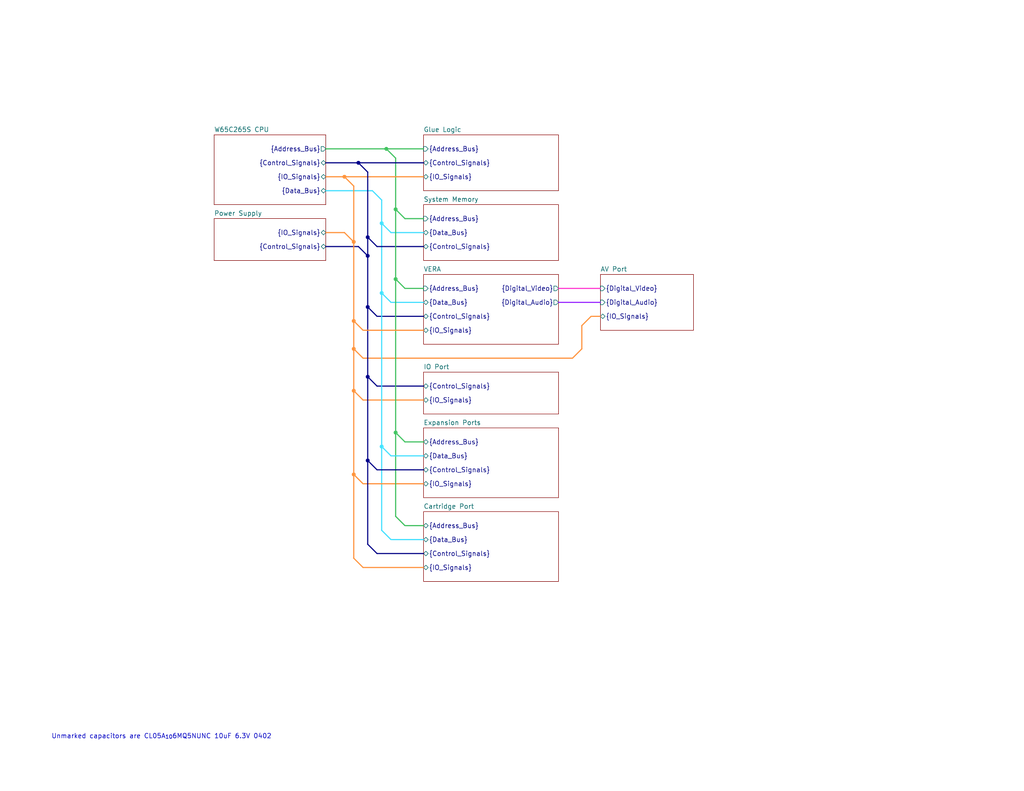
<source format=kicad_sch>
(kicad_sch
	(version 20231120)
	(generator "eeschema")
	(generator_version "8.0")
	(uuid "180edaf4-dfcd-445b-b4ac-4ebea015e7c9")
	(paper "USLetter")
	(lib_symbols)
	(bus_alias "Address_Bus"
		(members "A_{[0..23]}")
	)
	(bus_alias "Data_Bus"
		(members "D_{[0..7]}")
	)
	(bus_alias "Digital_Audio"
		(members "LRCK" "BCK" "ADATA")
	)
	(bus_alias "Digital_Video"
		(members "RGB_R_{[0..3]}" "RGB_B_{[0..3]}" "RGB_G_{[0..3]}" "HSYNC" "VSYNC")
	)
	(bus_alias "IO_Signals"
		(members "SNES_DATA_{[0..9]}" "SNES_LATCH" "SNES_CLK" "LED_{[0..9]}" "MULTI_BTN"
			"SDA" "SCL" "MISO" "MOSI" "SCK" "~{SD_SS}" "TXD" "RXD" "~{RTS}" "~{CTS}"
			"~{FPGA_SS}" "~{SPI_SS}" "~{SD_WP}" "~{SD_CD}" "~{CART}" "~{SD_EN}" "~{FLASH_SS}"
		)
	)
	(junction
		(at 104.14 80.01)
		(diameter 0)
		(color 61 222 255 1)
		(uuid "031a0fcb-34ef-4806-95d8-c10a5eb141e6")
	)
	(junction
		(at 107.95 57.15)
		(diameter 0)
		(color 59 191 91 1)
		(uuid "05f51b13-0880-4ca8-9ad2-89362215de94")
	)
	(junction
		(at 96.52 129.54)
		(diameter 0)
		(color 255 143 55 1)
		(uuid "19bb90c3-3b95-481f-9682-92a127a854d5")
	)
	(junction
		(at 107.95 76.2)
		(diameter 0)
		(color 59 191 91 1)
		(uuid "1f746c76-6283-4028-b401-118ad63ff61b")
	)
	(junction
		(at 93.98 48.26)
		(diameter 0)
		(color 255 143 55 1)
		(uuid "2057dbfd-fbaa-4f9d-acba-459840247060")
	)
	(junction
		(at 97.79 44.45)
		(diameter 0)
		(color 0 0 0 0)
		(uuid "2a67208b-4e80-4a36-bc0f-9ac7a6c866e8")
	)
	(junction
		(at 96.52 106.68)
		(diameter 0)
		(color 255 143 55 1)
		(uuid "5b72f078-c116-45e8-a3d5-4be1b76a4ddc")
	)
	(junction
		(at 100.33 64.77)
		(diameter 0)
		(color 0 0 0 0)
		(uuid "5f375bc1-22f0-458c-bc65-64fdb092eef8")
	)
	(junction
		(at 104.14 121.92)
		(diameter 0)
		(color 61 222 255 1)
		(uuid "71883211-57dc-4470-be8b-e7039e41304b")
	)
	(junction
		(at 105.41 40.64)
		(diameter 0)
		(color 59 191 91 1)
		(uuid "741a61cf-b604-4df5-a601-c49a02174900")
	)
	(junction
		(at 104.14 60.96)
		(diameter 0)
		(color 61 222 255 1)
		(uuid "85440ab6-b3fa-4e7f-945d-dcb1e9ef93c0")
	)
	(junction
		(at 107.95 118.11)
		(diameter 0)
		(color 59 191 91 1)
		(uuid "89bc24f8-5526-4859-a37b-3d592814c057")
	)
	(junction
		(at 100.33 69.85)
		(diameter 0)
		(color 0 0 0 0)
		(uuid "c2696e78-b0a1-494e-bf5a-6b98dd558bd4")
	)
	(junction
		(at 96.52 95.25)
		(diameter 0)
		(color 255 143 55 1)
		(uuid "c339b34a-f01e-4489-8b07-cabdc97bd637")
	)
	(junction
		(at 96.52 66.04)
		(diameter 0)
		(color 255 143 55 1)
		(uuid "cdf425ba-48ed-47b1-b861-7b87de3b59e9")
	)
	(junction
		(at 100.33 83.82)
		(diameter 0)
		(color 0 0 0 0)
		(uuid "e1a0c30b-4f4b-4f26-8af3-d5dd2d81abaf")
	)
	(junction
		(at 100.33 102.87)
		(diameter 0)
		(color 0 0 0 0)
		(uuid "e1a92007-983b-4962-856c-d85b9e1079b5")
	)
	(junction
		(at 100.33 125.73)
		(diameter 0)
		(color 0 0 0 0)
		(uuid "e7053505-af4b-4185-86f5-0b043f0abe70")
	)
	(junction
		(at 96.52 87.63)
		(diameter 0)
		(color 255 143 55 1)
		(uuid "f5152675-796f-4c43-b22c-5712fc7e6302")
	)
	(bus
		(pts
			(xy 100.33 125.73) (xy 102.87 128.27)
		)
		(stroke
			(width 0)
			(type default)
		)
		(uuid "05b6b333-e7ae-4236-a0d6-5aab01b6b1e2")
	)
	(bus
		(pts
			(xy 161.29 86.36) (xy 163.83 86.36)
		)
		(stroke
			(width 0)
			(type default)
			(color 255 143 55 1)
		)
		(uuid "07ea6034-b589-4a45-8eb9-fd47ee29f4f0")
	)
	(bus
		(pts
			(xy 102.87 128.27) (xy 115.57 128.27)
		)
		(stroke
			(width 0)
			(type default)
		)
		(uuid "165efd08-fbe1-4e4d-b298-75f2daabc80d")
	)
	(bus
		(pts
			(xy 107.95 57.15) (xy 107.95 76.2)
		)
		(stroke
			(width 0)
			(type default)
			(color 59 191 91 1)
		)
		(uuid "18fe80df-9bec-42db-9ad9-970d5c8f8482")
	)
	(bus
		(pts
			(xy 107.95 118.11) (xy 110.49 120.65)
		)
		(stroke
			(width 0)
			(type default)
			(color 59 191 91 1)
		)
		(uuid "21ba0786-ba1c-40dc-a2a1-58a7be4f80e5")
	)
	(bus
		(pts
			(xy 96.52 87.63) (xy 99.06 90.17)
		)
		(stroke
			(width 0)
			(type default)
			(color 255 143 55 1)
		)
		(uuid "221a2aff-0387-4ba1-8b9c-eb30188fbd7b")
	)
	(bus
		(pts
			(xy 99.06 97.79) (xy 156.21 97.79)
		)
		(stroke
			(width 0)
			(type default)
			(color 255 143 55 1)
		)
		(uuid "22fe4485-5e4f-4f5a-98c0-8494819c3815")
	)
	(bus
		(pts
			(xy 100.33 46.99) (xy 97.79 44.45)
		)
		(stroke
			(width 0)
			(type default)
		)
		(uuid "23e35dac-c6ed-4942-8f94-d62bd31f9dfa")
	)
	(bus
		(pts
			(xy 107.95 140.97) (xy 110.49 143.51)
		)
		(stroke
			(width 0)
			(type default)
			(color 59 191 91 1)
		)
		(uuid "24360045-ab2e-4a5f-b5bf-1aee04a0b99c")
	)
	(bus
		(pts
			(xy 100.33 46.99) (xy 100.33 64.77)
		)
		(stroke
			(width 0)
			(type default)
		)
		(uuid "284841df-56b0-4415-a1c2-f5a47a0550b6")
	)
	(bus
		(pts
			(xy 104.14 121.92) (xy 104.14 144.78)
		)
		(stroke
			(width 0)
			(type default)
			(color 61 222 255 1)
		)
		(uuid "2924e9d7-ea26-4b7f-8b35-bac8be6ddc68")
	)
	(bus
		(pts
			(xy 102.87 86.36) (xy 100.33 83.82)
		)
		(stroke
			(width 0)
			(type default)
		)
		(uuid "29c29ade-0c14-4bed-b0bc-4f025f3fc7e5")
	)
	(bus
		(pts
			(xy 96.52 129.54) (xy 99.06 132.08)
		)
		(stroke
			(width 0)
			(type default)
			(color 255 143 55 1)
		)
		(uuid "309f1779-bd3e-45d8-8042-9ebc00b3461f")
	)
	(bus
		(pts
			(xy 107.95 76.2) (xy 107.95 118.11)
		)
		(stroke
			(width 0)
			(type default)
			(color 59 191 91 1)
		)
		(uuid "30aaf51b-d7d0-4fd4-b591-2bc4b1170298")
	)
	(bus
		(pts
			(xy 104.14 54.61) (xy 104.14 60.96)
		)
		(stroke
			(width 0)
			(type default)
			(color 61 222 255 1)
		)
		(uuid "321062ff-2e0a-4f88-8b71-477af46e0a20")
	)
	(bus
		(pts
			(xy 96.52 66.04) (xy 96.52 87.63)
		)
		(stroke
			(width 0)
			(type default)
			(color 255 143 55 1)
		)
		(uuid "361d83d8-260e-4748-bae2-04f65cfdb3cf")
	)
	(bus
		(pts
			(xy 97.79 67.31) (xy 100.33 69.85)
		)
		(stroke
			(width 0)
			(type default)
		)
		(uuid "3b72d7b7-66dc-43a3-bf69-0a9ca690d1e6")
	)
	(bus
		(pts
			(xy 88.9 48.26) (xy 93.98 48.26)
		)
		(stroke
			(width 0)
			(type default)
			(color 255 143 55 1)
		)
		(uuid "3f39f156-212e-4595-a07b-1b092aad8898")
	)
	(bus
		(pts
			(xy 105.41 40.64) (xy 115.57 40.64)
		)
		(stroke
			(width 0)
			(type default)
			(color 59 191 91 1)
		)
		(uuid "457ba152-5489-4864-988c-a32532257e4c")
	)
	(bus
		(pts
			(xy 88.9 63.5) (xy 93.98 63.5)
		)
		(stroke
			(width 0)
			(type default)
			(color 255 143 55 1)
		)
		(uuid "45b91c2f-ffc8-4c78-868e-ca7516acd1cd")
	)
	(bus
		(pts
			(xy 102.87 86.36) (xy 115.57 86.36)
		)
		(stroke
			(width 0)
			(type default)
		)
		(uuid "49069f36-6d6e-492a-9b78-641fb3f236ff")
	)
	(bus
		(pts
			(xy 106.68 63.5) (xy 104.14 60.96)
		)
		(stroke
			(width 0)
			(type default)
			(color 61 222 255 1)
		)
		(uuid "4f24d4c2-c9f1-4b08-aac6-cfa01323ccc2")
	)
	(bus
		(pts
			(xy 96.52 106.68) (xy 96.52 129.54)
		)
		(stroke
			(width 0)
			(type default)
			(color 255 143 55 1)
		)
		(uuid "5025ba2a-1612-46ca-a1c9-1840fa1f1956")
	)
	(bus
		(pts
			(xy 104.14 54.61) (xy 101.6 52.07)
		)
		(stroke
			(width 0)
			(type default)
			(color 61 222 255 1)
		)
		(uuid "5748beaa-8dcd-4db9-9935-df7a2878243b")
	)
	(bus
		(pts
			(xy 100.33 125.73) (xy 100.33 148.59)
		)
		(stroke
			(width 0)
			(type default)
		)
		(uuid "591ed6dc-697e-489e-afa3-3e2d8101a092")
	)
	(bus
		(pts
			(xy 99.06 109.22) (xy 115.57 109.22)
		)
		(stroke
			(width 0)
			(type default)
			(color 255 143 55 1)
		)
		(uuid "5d066a5e-6905-42bf-81b6-fe1304410855")
	)
	(bus
		(pts
			(xy 107.95 43.18) (xy 105.41 40.64)
		)
		(stroke
			(width 0)
			(type default)
			(color 59 191 91 1)
		)
		(uuid "5f222d17-bcca-44cd-a4ec-a5b7529479f0")
	)
	(bus
		(pts
			(xy 100.33 64.77) (xy 100.33 69.85)
		)
		(stroke
			(width 0)
			(type default)
		)
		(uuid "612f65f2-6970-44a2-9cd6-e936b368b830")
	)
	(bus
		(pts
			(xy 96.52 95.25) (xy 99.06 97.79)
		)
		(stroke
			(width 0)
			(type default)
			(color 255 143 55 1)
		)
		(uuid "67899e11-c923-456e-a91a-36be43dd020e")
	)
	(bus
		(pts
			(xy 106.68 82.55) (xy 115.57 82.55)
		)
		(stroke
			(width 0)
			(type default)
			(color 61 222 255 1)
		)
		(uuid "6fb5e616-c248-42f0-8e90-c8be2cfe84f1")
	)
	(bus
		(pts
			(xy 104.14 121.92) (xy 106.68 124.46)
		)
		(stroke
			(width 0)
			(type default)
			(color 61 222 255 1)
		)
		(uuid "72fc022b-ffd8-4d43-86cf-4062627de4ee")
	)
	(bus
		(pts
			(xy 99.06 109.22) (xy 96.52 106.68)
		)
		(stroke
			(width 0)
			(type default)
			(color 255 143 55 1)
		)
		(uuid "76b197ad-bf3c-4c9c-aa90-3bbe34812d6d")
	)
	(bus
		(pts
			(xy 106.68 124.46) (xy 115.57 124.46)
		)
		(stroke
			(width 0)
			(type default)
			(color 61 222 255 1)
		)
		(uuid "7704b449-27ea-4dbd-bb10-e105ee31fa68")
	)
	(bus
		(pts
			(xy 99.06 154.94) (xy 115.57 154.94)
		)
		(stroke
			(width 0)
			(type default)
			(color 255 143 55 1)
		)
		(uuid "7b46f4fb-1488-474a-85b5-a96bcf1d2cd8")
	)
	(bus
		(pts
			(xy 104.14 80.01) (xy 104.14 121.92)
		)
		(stroke
			(width 0)
			(type default)
			(color 61 222 255 1)
		)
		(uuid "7cd22c3a-a4b9-4584-8dc1-d012df6aed53")
	)
	(bus
		(pts
			(xy 96.52 50.8) (xy 93.98 48.26)
		)
		(stroke
			(width 0)
			(type default)
			(color 255 143 55 1)
		)
		(uuid "8059a15e-492e-47a3-843d-fe22ef32d43d")
	)
	(bus
		(pts
			(xy 158.75 88.9) (xy 158.75 95.25)
		)
		(stroke
			(width 0)
			(type default)
			(color 255 143 55 1)
		)
		(uuid "8441e9c2-3c4b-4891-ad25-465bcf990495")
	)
	(bus
		(pts
			(xy 88.9 44.45) (xy 97.79 44.45)
		)
		(stroke
			(width 0)
			(type default)
		)
		(uuid "84623c65-e4bb-4cd4-b1fa-693739f4fa01")
	)
	(bus
		(pts
			(xy 96.52 50.8) (xy 96.52 66.04)
		)
		(stroke
			(width 0)
			(type default)
			(color 255 143 55 1)
		)
		(uuid "85a2d042-5d2d-4141-9d5e-fa83a6c1d01f")
	)
	(bus
		(pts
			(xy 110.49 59.69) (xy 115.57 59.69)
		)
		(stroke
			(width 0)
			(type default)
			(color 59 191 91 1)
		)
		(uuid "89afaf74-2444-4df3-b763-4dcf08c442a6")
	)
	(bus
		(pts
			(xy 102.87 67.31) (xy 100.33 64.77)
		)
		(stroke
			(width 0)
			(type default)
		)
		(uuid "8a30c50e-a666-480e-8006-a47fef1ea6b6")
	)
	(bus
		(pts
			(xy 100.33 148.59) (xy 102.87 151.13)
		)
		(stroke
			(width 0)
			(type default)
		)
		(uuid "8a6a7279-b25c-4cc2-8525-0b8f9055b4a7")
	)
	(bus
		(pts
			(xy 110.49 78.74) (xy 107.95 76.2)
		)
		(stroke
			(width 0)
			(type default)
			(color 59 191 91 1)
		)
		(uuid "8ba28227-6f0c-41d0-8885-186196f4b828")
	)
	(bus
		(pts
			(xy 93.98 48.26) (xy 115.57 48.26)
		)
		(stroke
			(width 0)
			(type default)
			(color 255 143 55 1)
		)
		(uuid "932d2987-8b88-4963-bf56-fa8171e59d89")
	)
	(bus
		(pts
			(xy 88.9 40.64) (xy 105.41 40.64)
		)
		(stroke
			(width 0)
			(type default)
			(color 59 191 91 1)
		)
		(uuid "9ac35eba-9e49-47c2-bcae-1712aa7b1aee")
	)
	(bus
		(pts
			(xy 106.68 63.5) (xy 115.57 63.5)
		)
		(stroke
			(width 0)
			(type default)
			(color 61 222 255 1)
		)
		(uuid "9ba23b45-608e-4ae2-ae3d-487dab46fff8")
	)
	(bus
		(pts
			(xy 102.87 67.31) (xy 115.57 67.31)
		)
		(stroke
			(width 0)
			(type default)
		)
		(uuid "a0362f66-81f5-4f11-8ad9-2aa8de0d0bdf")
	)
	(bus
		(pts
			(xy 110.49 59.69) (xy 107.95 57.15)
		)
		(stroke
			(width 0)
			(type default)
			(color 59 191 91 1)
		)
		(uuid "a13eb2cf-0244-47a0-b7ff-67a6785424c2")
	)
	(bus
		(pts
			(xy 102.87 105.41) (xy 100.33 102.87)
		)
		(stroke
			(width 0)
			(type default)
		)
		(uuid "a73f0a7a-0fef-405e-af7d-9301bba91424")
	)
	(bus
		(pts
			(xy 107.95 118.11) (xy 107.95 140.97)
		)
		(stroke
			(width 0)
			(type default)
			(color 59 191 91 1)
		)
		(uuid "a9741b1e-a1bc-4da2-b934-7c0a2345a2ea")
	)
	(bus
		(pts
			(xy 99.06 90.17) (xy 115.57 90.17)
		)
		(stroke
			(width 0)
			(type default)
			(color 255 143 55 1)
		)
		(uuid "b658dfba-4a20-4d6c-b78d-d392b9998ced")
	)
	(bus
		(pts
			(xy 88.9 52.07) (xy 101.6 52.07)
		)
		(stroke
			(width 0)
			(type default)
			(color 61 222 255 1)
		)
		(uuid "baa21e9e-ba2f-430b-8a87-7e915b5a7e71")
	)
	(bus
		(pts
			(xy 100.33 69.85) (xy 100.33 83.82)
		)
		(stroke
			(width 0)
			(type default)
		)
		(uuid "bc0a7ff9-f594-4305-a6d5-fbf71f6f3a49")
	)
	(bus
		(pts
			(xy 96.52 152.4) (xy 99.06 154.94)
		)
		(stroke
			(width 0)
			(type default)
			(color 255 143 55 1)
		)
		(uuid "bc25b86f-4938-4624-a533-d39dc3486e94")
	)
	(bus
		(pts
			(xy 97.79 44.45) (xy 115.57 44.45)
		)
		(stroke
			(width 0)
			(type default)
		)
		(uuid "bde3c60e-4534-4213-8831-e14ddf3f23e8")
	)
	(bus
		(pts
			(xy 96.52 66.04) (xy 93.98 63.5)
		)
		(stroke
			(width 0)
			(type default)
			(color 255 143 55 1)
		)
		(uuid "c0c8f831-879f-46c1-af5b-19a8eacfce7e")
	)
	(bus
		(pts
			(xy 152.4 78.74) (xy 163.83 78.74)
		)
		(stroke
			(width 0)
			(type default)
			(color 255 51 208 1)
		)
		(uuid "c3fe7c07-0085-4f8f-908e-9d5915989da2")
	)
	(bus
		(pts
			(xy 96.52 95.25) (xy 96.52 106.68)
		)
		(stroke
			(width 0)
			(type default)
			(color 255 143 55 1)
		)
		(uuid "c4547fac-2867-42cb-a52b-f1239d79db50")
	)
	(bus
		(pts
			(xy 110.49 143.51) (xy 115.57 143.51)
		)
		(stroke
			(width 0)
			(type default)
			(color 59 191 91 1)
		)
		(uuid "c75c5695-ab0f-4621-bcc6-e1d6daa4c913")
	)
	(bus
		(pts
			(xy 104.14 144.78) (xy 106.68 147.32)
		)
		(stroke
			(width 0)
			(type default)
			(color 61 222 255 1)
		)
		(uuid "cc1e95c6-00a8-4ea5-9114-1316ea7e0379")
	)
	(bus
		(pts
			(xy 106.68 82.55) (xy 104.14 80.01)
		)
		(stroke
			(width 0)
			(type default)
			(color 61 222 255 1)
		)
		(uuid "cc2f93dd-d0a6-4160-b911-c62c9c98c65a")
	)
	(bus
		(pts
			(xy 96.52 87.63) (xy 96.52 95.25)
		)
		(stroke
			(width 0)
			(type default)
			(color 255 143 55 1)
		)
		(uuid "ce2b8e96-d1c3-4ffe-907d-c8ae41662d7e")
	)
	(bus
		(pts
			(xy 96.52 129.54) (xy 96.52 152.4)
		)
		(stroke
			(width 0)
			(type default)
			(color 255 143 55 1)
		)
		(uuid "d4af81d2-843c-4a6b-853a-7900ac9fc8b3")
	)
	(bus
		(pts
			(xy 102.87 151.13) (xy 115.57 151.13)
		)
		(stroke
			(width 0)
			(type default)
		)
		(uuid "d4d1dbcf-0dfe-4a37-8d64-316bb8a492e2")
	)
	(bus
		(pts
			(xy 115.57 105.41) (xy 102.87 105.41)
		)
		(stroke
			(width 0)
			(type default)
		)
		(uuid "d7d2d837-afc1-4e4c-b105-122a8268b0f6")
	)
	(bus
		(pts
			(xy 110.49 78.74) (xy 115.57 78.74)
		)
		(stroke
			(width 0)
			(type default)
			(color 59 191 91 1)
		)
		(uuid "d8697edc-e196-4316-ad2a-02b0fd4127f9")
	)
	(bus
		(pts
			(xy 152.4 82.55) (xy 163.83 82.55)
		)
		(stroke
			(width 0)
			(type default)
			(color 151 32 255 1)
		)
		(uuid "d88cab81-295b-4fff-9221-0adb9beb00ea")
	)
	(bus
		(pts
			(xy 161.29 86.36) (xy 158.75 88.9)
		)
		(stroke
			(width 0)
			(type default)
			(color 255 143 55 1)
		)
		(uuid "e0a3511d-ee1e-431b-9366-12214dcad016")
	)
	(bus
		(pts
			(xy 107.95 57.15) (xy 107.95 43.18)
		)
		(stroke
			(width 0)
			(type default)
			(color 59 191 91 1)
		)
		(uuid "ef4f6f16-40d9-41b9-b380-778194bf4333")
	)
	(bus
		(pts
			(xy 106.68 147.32) (xy 115.57 147.32)
		)
		(stroke
			(width 0)
			(type default)
			(color 61 222 255 1)
		)
		(uuid "f0bf83e2-f579-49c9-a975-dfb41e7368ce")
	)
	(bus
		(pts
			(xy 100.33 102.87) (xy 100.33 125.73)
		)
		(stroke
			(width 0)
			(type default)
		)
		(uuid "f0ccf9ec-3250-4c50-8c4c-47627423f399")
	)
	(bus
		(pts
			(xy 104.14 60.96) (xy 104.14 80.01)
		)
		(stroke
			(width 0)
			(type default)
			(color 61 222 255 1)
		)
		(uuid "f1fc9a6c-0de7-4c1a-880f-b238e1c146fb")
	)
	(bus
		(pts
			(xy 99.06 132.08) (xy 115.57 132.08)
		)
		(stroke
			(width 0)
			(type default)
			(color 255 143 55 1)
		)
		(uuid "f72acd58-95b3-405d-a6e5-015535fec1e2")
	)
	(bus
		(pts
			(xy 158.75 95.25) (xy 156.21 97.79)
		)
		(stroke
			(width 0)
			(type default)
			(color 255 143 55 1)
		)
		(uuid "f8964ca1-0889-40da-9c52-31593074f211")
	)
	(bus
		(pts
			(xy 88.9 67.31) (xy 97.79 67.31)
		)
		(stroke
			(width 0)
			(type default)
		)
		(uuid "f9be352e-ef12-4205-839f-4c54804c0dd2")
	)
	(bus
		(pts
			(xy 110.49 120.65) (xy 115.57 120.65)
		)
		(stroke
			(width 0)
			(type default)
			(color 59 191 91 1)
		)
		(uuid "fac2f0b9-c9d1-4594-93fd-d636c1e0f02e")
	)
	(bus
		(pts
			(xy 100.33 83.82) (xy 100.33 102.87)
		)
		(stroke
			(width 0)
			(type default)
		)
		(uuid "fb595ed0-5977-4ec9-a8d9-013e26c6beeb")
	)
	(text "Unmarked capacitors are CL05A_{10}6MQ5NUNC 10uF 6.3V 0402"
		(exclude_from_sim no)
		(at 44.0716 201.1392 0)
		(effects
			(font
				(size 1.27 1.27)
			)
		)
		(uuid "bbc517f8-4470-4d68-a8c5-25accb15cb75")
	)
	(sheet
		(at 115.57 55.88)
		(size 36.83 15.24)
		(fields_autoplaced yes)
		(stroke
			(width 0.1524)
			(type solid)
		)
		(fill
			(color 255 255 255 1.0000)
		)
		(uuid "37ffc373-d7ab-4c7b-b261-9b3b73070b52")
		(property "Sheetname" "System Memory"
			(at 115.57 55.1684 0)
			(effects
				(font
					(size 1.27 1.27)
				)
				(justify left bottom)
			)
		)
		(property "Sheetfile" "System Memory.kicad_sch"
			(at 115.57 71.7046 0)
			(effects
				(font
					(size 1.27 1.27)
				)
				(justify left top)
				(hide yes)
			)
		)
		(pin "{Data_Bus}" tri_state
			(at 115.57 63.5 180)
			(effects
				(font
					(size 1.27 1.27)
				)
				(justify left)
			)
			(uuid "42152c91-a811-4984-8f14-56f6f879477c")
		)
		(pin "{Control_Signals}" bidirectional
			(at 115.57 67.31 180)
			(effects
				(font
					(size 1.27 1.27)
				)
				(justify left)
			)
			(uuid "6e022551-3959-442e-8b54-746e420e2a89")
		)
		(pin "{Address_Bus}" input
			(at 115.57 59.69 180)
			(effects
				(font
					(size 1.27 1.27)
				)
				(justify left)
			)
			(uuid "454e210f-a2e1-41e7-8f71-fd5c1b1427a9")
		)
		(instances
			(project "Sentinel 65X - Prototype 4 V2"
				(path "/180edaf4-dfcd-445b-b4ac-4ebea015e7c9"
					(page "4")
				)
			)
		)
	)
	(sheet
		(at 115.57 139.7)
		(size 36.83 19.05)
		(fields_autoplaced yes)
		(stroke
			(width 0.1524)
			(type solid)
		)
		(fill
			(color 255 255 255 1.0000)
		)
		(uuid "46b3cf6a-bce6-4ca6-a2f4-fedfb2595787")
		(property "Sheetname" "Cartridge Port"
			(at 115.57 138.9884 0)
			(effects
				(font
					(size 1.27 1.27)
				)
				(justify left bottom)
			)
		)
		(property "Sheetfile" "Cartridge Port.kicad_sch"
			(at 115.57 159.3346 0)
			(effects
				(font
					(size 1.27 1.27)
				)
				(justify left top)
				(hide yes)
			)
		)
		(pin "{Data_Bus}" tri_state
			(at 115.57 147.32 180)
			(effects
				(font
					(size 1.27 1.27)
				)
				(justify left)
			)
			(uuid "52f38896-4c1e-4729-a6eb-99ba62261694")
		)
		(pin "{Control_Signals}" bidirectional
			(at 115.57 151.13 180)
			(effects
				(font
					(size 1.27 1.27)
				)
				(justify left)
			)
			(uuid "6d5361e9-0352-4f77-a9f6-600ad0f13ca1")
		)
		(pin "{Address_Bus}" bidirectional
			(at 115.57 143.51 180)
			(effects
				(font
					(size 1.27 1.27)
				)
				(justify left)
			)
			(uuid "ac5b04a0-8028-4451-a5d4-b8f344177c8d")
		)
		(pin "{IO_Signals}" bidirectional
			(at 115.57 154.94 180)
			(effects
				(font
					(size 1.27 1.27)
				)
				(justify left)
			)
			(uuid "e1394022-fff1-4f89-baef-0f23643332fb")
		)
		(instances
			(project "Sentinel 65X - Prototype 4 V2"
				(path "/180edaf4-dfcd-445b-b4ac-4ebea015e7c9"
					(page "9")
				)
			)
		)
	)
	(sheet
		(at 115.57 74.93)
		(size 36.83 19.05)
		(fields_autoplaced yes)
		(stroke
			(width 0.1524)
			(type solid)
		)
		(fill
			(color 255 255 255 1.0000)
		)
		(uuid "8208396a-af6b-482e-bc61-1b6b6c6b9e47")
		(property "Sheetname" "VERA"
			(at 115.57 74.2184 0)
			(effects
				(font
					(size 1.27 1.27)
				)
				(justify left bottom)
			)
		)
		(property "Sheetfile" "VERA.kicad_sch"
			(at 115.57 94.5646 0)
			(effects
				(font
					(size 1.27 1.27)
				)
				(justify left top)
				(hide yes)
			)
		)
		(pin "{Data_Bus}" tri_state
			(at 115.57 82.55 180)
			(effects
				(font
					(size 1.27 1.27)
				)
				(justify left)
			)
			(uuid "ababbf76-fa92-454c-ba2c-8365eaf6cbd5")
		)
		(pin "{Digital_Audio}" output
			(at 152.4 82.55 0)
			(effects
				(font
					(size 1.27 1.27)
				)
				(justify right)
			)
			(uuid "94cafd77-02f3-41a6-b87c-250de768d39a")
		)
		(pin "{Digital_Video}" output
			(at 152.4 78.74 0)
			(effects
				(font
					(size 1.27 1.27)
				)
				(justify right)
			)
			(uuid "eaaa2127-d600-4a65-a3cd-aca258f9d1a2")
		)
		(pin "{Address_Bus}" input
			(at 115.57 78.74 180)
			(effects
				(font
					(size 1.27 1.27)
				)
				(justify left)
			)
			(uuid "583864db-8609-44ab-bf83-8fc060390d7b")
		)
		(pin "{Control_Signals}" bidirectional
			(at 115.57 86.36 180)
			(effects
				(font
					(size 1.27 1.27)
				)
				(justify left)
			)
			(uuid "e9b63d36-adb0-4e86-84d7-ee3cbbe8762a")
		)
		(pin "{IO_Signals}" bidirectional
			(at 115.57 90.17 180)
			(effects
				(font
					(size 1.27 1.27)
				)
				(justify left)
			)
			(uuid "a159ea0f-ef89-46ff-82a4-09a2dc41390c")
		)
		(instances
			(project "Sentinel 65X - Prototype 4 V2"
				(path "/180edaf4-dfcd-445b-b4ac-4ebea015e7c9"
					(page "2")
				)
			)
		)
	)
	(sheet
		(at 115.57 36.83)
		(size 36.83 15.24)
		(fields_autoplaced yes)
		(stroke
			(width 0.1524)
			(type solid)
		)
		(fill
			(color 255 255 255 1.0000)
		)
		(uuid "a06619e7-7fb4-4ce4-b993-2287491f6d01")
		(property "Sheetname" "Glue Logic"
			(at 115.57 36.1184 0)
			(effects
				(font
					(size 1.27 1.27)
				)
				(justify left bottom)
			)
		)
		(property "Sheetfile" "Glue Logic.kicad_sch"
			(at 115.57 52.6546 0)
			(effects
				(font
					(size 1.27 1.27)
				)
				(justify left top)
				(hide yes)
			)
		)
		(pin "{Address_Bus}" input
			(at 115.57 40.64 180)
			(effects
				(font
					(size 1.27 1.27)
				)
				(justify left)
			)
			(uuid "4a22f87f-47df-4b54-9705-05160a02954e")
		)
		(pin "{Control_Signals}" bidirectional
			(at 115.57 44.45 180)
			(effects
				(font
					(size 1.27 1.27)
				)
				(justify left)
			)
			(uuid "976f0583-5eae-4ce6-b205-42cb939654b6")
		)
		(pin "{IO_Signals}" bidirectional
			(at 115.57 48.26 180)
			(effects
				(font
					(size 1.27 1.27)
				)
				(justify left)
			)
			(uuid "a93f3d4f-7f84-45f6-92e8-ca2ca76c6904")
		)
		(instances
			(project "Sentinel 65X - Prototype 4 V2"
				(path "/180edaf4-dfcd-445b-b4ac-4ebea015e7c9"
					(page "5")
				)
			)
		)
	)
	(sheet
		(at 115.57 101.6)
		(size 36.83 11.43)
		(fields_autoplaced yes)
		(stroke
			(width 0.1524)
			(type solid)
		)
		(fill
			(color 255 255 255 1.0000)
		)
		(uuid "a618ae97-69b3-40f2-9c97-72160c6768dc")
		(property "Sheetname" "IO Port"
			(at 115.57 100.8884 0)
			(effects
				(font
					(size 1.27 1.27)
				)
				(justify left bottom)
			)
		)
		(property "Sheetfile" "IO Port.kicad_sch"
			(at 115.57 113.6146 0)
			(effects
				(font
					(size 1.27 1.27)
				)
				(justify left top)
				(hide yes)
			)
		)
		(pin "{Control_Signals}" bidirectional
			(at 115.57 105.41 180)
			(effects
				(font
					(size 1.27 1.27)
				)
				(justify left)
			)
			(uuid "ecad5077-4258-41a3-98ee-425a3a914ddd")
		)
		(pin "{IO_Signals}" bidirectional
			(at 115.57 109.22 180)
			(effects
				(font
					(size 1.27 1.27)
				)
				(justify left)
			)
			(uuid "7d32fe48-2023-4876-a952-340b24210291")
		)
		(instances
			(project "Sentinel 65X - Prototype 4 V2"
				(path "/180edaf4-dfcd-445b-b4ac-4ebea015e7c9"
					(page "7")
				)
			)
		)
	)
	(sheet
		(at 163.83 74.93)
		(size 25.4 15.24)
		(fields_autoplaced yes)
		(stroke
			(width 0.1524)
			(type solid)
		)
		(fill
			(color 255 255 255 1.0000)
		)
		(uuid "af4e9394-64b4-4030-b85d-9e6054fe1eb1")
		(property "Sheetname" "AV Port"
			(at 163.83 74.2184 0)
			(effects
				(font
					(size 1.27 1.27)
				)
				(justify left bottom)
			)
		)
		(property "Sheetfile" "AV Port.kicad_sch"
			(at 163.83 90.7546 0)
			(effects
				(font
					(size 1.27 1.27)
				)
				(justify left top)
				(hide yes)
			)
		)
		(pin "{Digital_Video}" input
			(at 163.83 78.74 180)
			(effects
				(font
					(size 1.27 1.27)
				)
				(justify left)
			)
			(uuid "6f7b42c5-e3bc-469d-b6a4-e8618a5ed567")
		)
		(pin "{Digital_Audio}" input
			(at 163.83 82.55 180)
			(effects
				(font
					(size 1.27 1.27)
				)
				(justify left)
			)
			(uuid "c71c41b0-96a8-4753-a4a6-14af35587ad7")
		)
		(pin "{IO_Signals}" bidirectional
			(at 163.83 86.36 180)
			(effects
				(font
					(size 1.27 1.27)
				)
				(justify left)
			)
			(uuid "e749c330-df62-4f02-9e72-cd62ec7ae62d")
		)
		(instances
			(project "Sentinel 65X - Prototype 4 V2"
				(path "/180edaf4-dfcd-445b-b4ac-4ebea015e7c9"
					(page "6")
				)
			)
		)
	)
	(sheet
		(at 58.42 59.69)
		(size 30.48 11.43)
		(fields_autoplaced yes)
		(stroke
			(width 0.1524)
			(type solid)
		)
		(fill
			(color 255 255 255 1.0000)
		)
		(uuid "b4d99e0d-fff9-4843-a20e-7508b441e699")
		(property "Sheetname" "Power Supply"
			(at 58.42 58.9784 0)
			(effects
				(font
					(size 1.27 1.27)
				)
				(justify left bottom)
			)
		)
		(property "Sheetfile" "Power Supply.kicad_sch"
			(at 58.42 71.7046 0)
			(effects
				(font
					(size 1.27 1.27)
				)
				(justify left top)
				(hide yes)
			)
		)
		(pin "{IO_Signals}" bidirectional
			(at 88.9 63.5 0)
			(effects
				(font
					(size 1.27 1.27)
				)
				(justify right)
			)
			(uuid "2db344b0-663f-45c6-a951-0c74e9b90bff")
		)
		(pin "{Control_Signals}" bidirectional
			(at 88.9 67.31 0)
			(effects
				(font
					(size 1.27 1.27)
				)
				(justify right)
			)
			(uuid "08e52cc4-48ed-4804-a5e7-d2c9fbf4f1a6")
		)
		(instances
			(project "Sentinel 65X - Prototype 4 V2"
				(path "/180edaf4-dfcd-445b-b4ac-4ebea015e7c9"
					(page "10")
				)
			)
		)
	)
	(sheet
		(at 58.42 36.83)
		(size 30.48 19.05)
		(fields_autoplaced yes)
		(stroke
			(width 0.1524)
			(type solid)
		)
		(fill
			(color 255 255 255 1.0000)
		)
		(uuid "c734b520-9164-4d52-bd29-12f10f7f8664")
		(property "Sheetname" "W65C265S CPU"
			(at 58.42 36.1184 0)
			(effects
				(font
					(size 1.27 1.27)
				)
				(justify left bottom)
			)
		)
		(property "Sheetfile" "W65C265S CPU.kicad_sch"
			(at 58.42 56.4646 0)
			(effects
				(font
					(size 1.27 1.27)
				)
				(justify left top)
				(hide yes)
			)
		)
		(pin "{Data_Bus}" tri_state
			(at 88.9 52.07 0)
			(effects
				(font
					(size 1.27 1.27)
				)
				(justify right)
			)
			(uuid "65f24ae8-abf2-4ca3-8032-f72641c9b1e9")
		)
		(pin "{Control_Signals}" bidirectional
			(at 88.9 44.45 0)
			(effects
				(font
					(size 1.27 1.27)
				)
				(justify right)
			)
			(uuid "00e0204d-41d1-43a7-af1d-3beae6e146d2")
		)
		(pin "{IO_Signals}" bidirectional
			(at 88.9 48.26 0)
			(effects
				(font
					(size 1.27 1.27)
				)
				(justify right)
			)
			(uuid "85a31fbf-0b82-4e6c-b2a6-f832a7647ff3")
		)
		(pin "{Address_Bus}" output
			(at 88.9 40.64 0)
			(effects
				(font
					(size 1.27 1.27)
				)
				(justify right)
			)
			(uuid "28d3ee72-97d7-446f-aeb8-640c7272f985")
		)
		(instances
			(project "Sentinel 65X - Prototype 4 V2"
				(path "/180edaf4-dfcd-445b-b4ac-4ebea015e7c9"
					(page "3")
				)
			)
		)
	)
	(sheet
		(at 115.57 116.84)
		(size 36.83 19.05)
		(fields_autoplaced yes)
		(stroke
			(width 0.1524)
			(type solid)
		)
		(fill
			(color 255 255 255 1.0000)
		)
		(uuid "f9daa59b-128f-44b7-a0c3-0da37066d075")
		(property "Sheetname" "Expansion Ports"
			(at 115.57 116.1284 0)
			(effects
				(font
					(size 1.27 1.27)
				)
				(justify left bottom)
			)
		)
		(property "Sheetfile" "Expansion Ports.kicad_sch"
			(at 115.57 136.4746 0)
			(effects
				(font
					(size 1.27 1.27)
				)
				(justify left top)
				(hide yes)
			)
		)
		(pin "{Address_Bus}" bidirectional
			(at 115.57 120.65 180)
			(effects
				(font
					(size 1.27 1.27)
				)
				(justify left)
			)
			(uuid "db9420c8-6b0f-412d-83b1-2e6c4010c04f")
		)
		(pin "{Data_Bus}" tri_state
			(at 115.57 124.46 180)
			(effects
				(font
					(size 1.27 1.27)
				)
				(justify left)
			)
			(uuid "bebe14fd-fa93-4f6f-a6ca-e18c8381cf4a")
		)
		(pin "{Control_Signals}" bidirectional
			(at 115.57 128.27 180)
			(effects
				(font
					(size 1.27 1.27)
				)
				(justify left)
			)
			(uuid "ef5fb407-876e-46a9-a4cf-ca0d93db8c26")
		)
		(pin "{IO_Signals}" bidirectional
			(at 115.57 132.08 180)
			(effects
				(font
					(size 1.27 1.27)
				)
				(justify left)
			)
			(uuid "cfef7bd1-146d-442c-a258-7a5483e17fda")
		)
		(instances
			(project "Sentinel 65X - Prototype 4 V2"
				(path "/180edaf4-dfcd-445b-b4ac-4ebea015e7c9"
					(page "8")
				)
			)
		)
	)
	(sheet_instances
		(path "/"
			(page "1")
		)
	)
)
</source>
